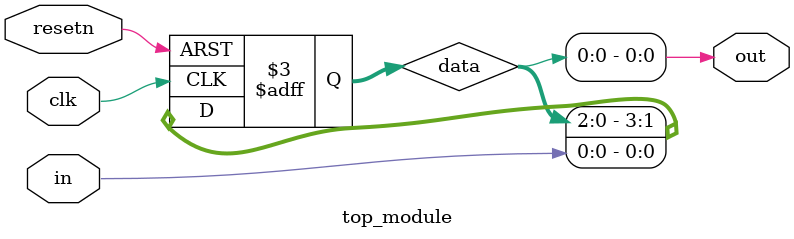
<source format=sv>
module top_module (
	input clk,
	input resetn,
	input in,
	output out
);

reg [3:0] data;

always @(posedge clk or negedge resetn) begin
    if (!resetn)
        data <= 4'b0000;
    else
        data <= {data[2:0], in};
end

assign out = data[0];

endmodule

</source>
